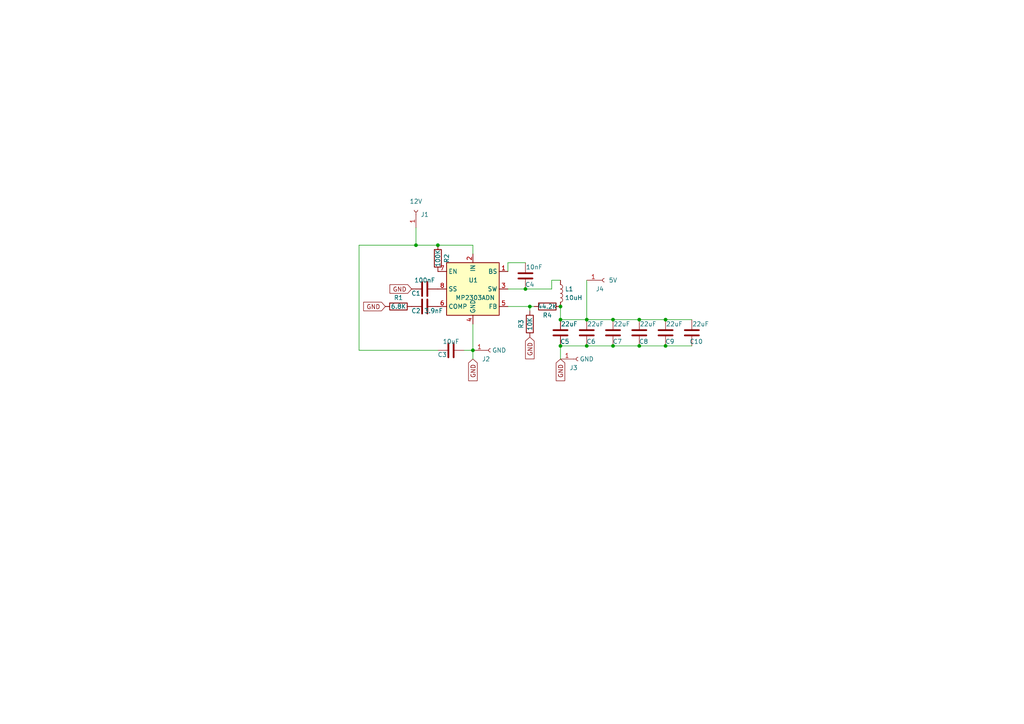
<source format=kicad_sch>
(kicad_sch (version 20211123) (generator eeschema)
  (paper "A4")
  (lib_symbols
    (symbol "Connector:Conn_01x01_Female" (pin_names (offset 1.016) hide)
      (property "Reference" "J" (at 0 2.54 0))
      (property "Value" "Conn_01x01_Female" (at 0 -2.54 0))
      (symbol "Conn_01x01_Female_1_1"
        (polyline (pts (xy -1.27 0) (xy -0.508 0)) (stroke (width 0.1524)))
        (arc (start 0 0.508) (mid -0.508 0) (end 0 -0.508) (stroke (width 0.1524)))
        (pin passive line (at -5.08 0 0) (length 3.81) (name "Pin_1") (number "1"))
      )
    )
    (symbol "Device:C" (pin_numbers hide) (pin_names (offset 0.254))
      (property "Reference" "C" (at 0.635 2.54 0))
      (property "Value" "C" (at 0.635 -2.54 0))
      (symbol "C_0_1"
        (polyline (pts (xy -2.032 -0.762) (xy 2.032 -0.762)) (stroke (width 0.508)))
        (polyline (pts (xy -2.032 0.762) (xy 2.032 0.762)) (stroke (width 0.508)))
      )
      (symbol "C_1_1"
        (pin passive line (at 0 3.81 270) (length 2.794) (name "~") (number "1"))
        (pin passive line (at 0 -3.81 90) (length 2.794) (name "~") (number "2"))
      )
    )
    (symbol "Device:L" (pin_numbers hide) (pin_names (offset 1.016) hide)
      (property "Reference" "L" (at -1.27 0 90))
      (property "Value" "L" (at 1.905 0 90))
      (symbol "L_0_1"
        (arc (start 0 -2.54) (mid 0.635 -1.905) (end 0 -1.27))
        (arc (start 0 -1.27) (mid 0.635 -0.635) (end 0 0))
        (arc (start 0 0) (mid 0.635 0.635) (end 0 1.27))
        (arc (start 0 1.27) (mid 0.635 1.905) (end 0 2.54))
      )
      (symbol "L_1_1"
        (pin passive line (at 0 3.81 270) (length 1.27) (name "1") (number "1"))
        (pin passive line (at 0 -3.81 90) (length 1.27) (name "2") (number "2"))
      )
    )
    (symbol "Device:R" (pin_numbers hide) (pin_names (offset 0))
      (property "Reference" "R" (at 2.032 0 90))
      (property "Value" "R" (at 0 0 90))
      (symbol "R_0_1"
        (rectangle (start -1.016 -2.54) (end 1.016 2.54) (stroke (width 0.254)))
      )
      (symbol "R_1_1"
        (pin passive line (at 0 3.81 270) (length 1.27) (name "~") (number "1"))
        (pin passive line (at 0 -3.81 90) (length 1.27) (name "~") (number "2"))
      )
    )
    (symbol "Regulator_Switching:MP2303ADN"
      (property "Reference" "U" (at -7.366 8.636 0))
      (property "Value" "MP2303ADN" (at 7.62 8.89 0))
      (symbol "MP2303ADN_0_1"
        (rectangle (start -7.62 7.62) (end 7.62 -7.62) (stroke (width 0.254)) (fill (type background)))
      )
      (symbol "MP2303ADN_1_1"
        (pin passive line (at 10.16 5.08 180) (length 2.54) (name "BS") (number "1"))
        (pin power_in line (at 0 10.16 270) (length 2.54) (name "IN") (number "2"))
        (pin output line (at 10.16 0 180) (length 2.54) (name "SW") (number "3"))
        (pin power_in line (at 0 -10.16 90) (length 2.54) (name "GND") (number "4"))
        (pin input line (at 10.16 -5.08 180) (length 2.54) (name "FB") (number "5"))
        (pin passive line (at -10.16 -5.08 0) (length 2.54) (name "COMP") (number "6"))
        (pin input line (at -10.16 5.08 0) (length 2.54) (name "EN") (number "7"))
        (pin input line (at -10.16 0 0) (length 2.54) (name "SS") (number "8"))
      )
    )
  )
  (junction (at 120.65 71.12))
  (junction (at 170.18 92.71))
  (junction (at 127 71.12))
  (junction (at 162.56 88.9))
  (junction (at 185.42 100.33))
  (junction (at 137.16 101.6))
  (junction (at 185.42 92.71))
  (junction (at 170.18 100.33))
  (junction (at 162.56 100.33))
  (junction (at 152.4 83.82))
  (junction (at 162.56 92.71))
  (junction (at 193.04 92.71))
  (junction (at 177.8 100.33))
  (junction (at 153.67 88.9))
  (junction (at 177.8 92.71))
  (junction (at 193.04 100.33))
  (wire (pts (xy 120.65 71.12) (xy 127 71.12)))
  (wire (pts (xy 147.32 83.82) (xy 152.4 83.82)))
  (wire (pts (xy 177.8 92.71) (xy 185.42 92.71)))
  (wire (pts (xy 162.56 100.33) (xy 162.56 104.14)))
  (wire (pts (xy 177.8 100.33) (xy 185.42 100.33)))
  (wire (pts (xy 170.18 81.28) (xy 170.18 92.71)))
  (wire (pts (xy 170.18 92.71) (xy 177.8 92.71)))
  (wire (pts (xy 162.56 92.71) (xy 170.18 92.71)))
  (wire (pts (xy 137.16 104.14) (xy 137.16 101.6)))
  (wire (pts (xy 185.42 100.33) (xy 193.04 100.33)))
  (wire (pts (xy 147.32 88.9) (xy 153.67 88.9)))
  (wire (pts (xy 120.65 66.04) (xy 120.65 71.12)))
  (wire (pts (xy 162.56 88.9) (xy 162.56 92.71)))
  (wire (pts (xy 153.67 88.9) (xy 153.67 90.17)))
  (wire (pts (xy 185.42 92.71) (xy 193.04 92.71)))
  (wire (pts (xy 147.32 76.2) (xy 152.4 76.2)))
  (wire (pts (xy 193.04 92.71) (xy 200.66 92.71)))
  (wire (pts (xy 137.16 101.6) (xy 137.16 93.98)))
  (wire (pts (xy 134.62 101.6) (xy 137.16 101.6)))
  (wire (pts (xy 160.02 83.82) (xy 152.4 83.82)))
  (wire (pts (xy 193.04 100.33) (xy 200.66 100.33)))
  (wire (pts (xy 104.14 71.12) (xy 120.65 71.12)))
  (wire (pts (xy 137.16 73.66) (xy 137.16 71.12)))
  (wire (pts (xy 162.56 100.33) (xy 170.18 100.33)))
  (wire (pts (xy 127 101.6) (xy 104.14 101.6)))
  (wire (pts (xy 160.02 81.28) (xy 160.02 83.82)))
  (wire (pts (xy 104.14 101.6) (xy 104.14 71.12)))
  (wire (pts (xy 162.56 81.28) (xy 160.02 81.28)))
  (wire (pts (xy 170.18 100.33) (xy 177.8 100.33)))
  (wire (pts (xy 147.32 78.74) (xy 147.32 76.2)))
  (wire (pts (xy 137.16 71.12) (xy 127 71.12)))
  (wire (pts (xy 154.94 88.9) (xy 153.67 88.9)))
  (global_label "GND" (shape input) (at 162.56 104.14 270) (property "Intersheet References" "${INTERSHEET_REFS}" (effects hide)))
  (global_label "GND" (shape input) (at 153.67 97.79 270) (property "Intersheet References" "${INTERSHEET_REFS}" (effects hide)))
  (global_label "GND" (shape input) (at 111.76 88.9 180) (property "Intersheet References" "${INTERSHEET_REFS}" (effects hide)))
  (global_label "GND" (shape input) (at 137.16 104.14 270) (property "Intersheet References" "${INTERSHEET_REFS}" (effects hide)))
  (global_label "GND" (shape input) (at 119.38 83.82 180) (property "Intersheet References" "${INTERSHEET_REFS}" (effects hide)))
  (symbol (lib_id "Device:C") (at 170.18 96.52 180) (unit 1)
    (property "Reference" "C6" (at 171.45 99.06 0))
    (property "Value" "22uF" (at 172.72 93.98 0))
    (property "Footprint" "Capacitor_SMD:C_0805_2012Metric" (effects hide))
  )
  (symbol (lib_id "Regulator_Switching:MP2303ADN") (at 137.16 83.82 0) (unit 1)
    (property "Reference" "U1" (at 135.89 81.28 0) (effects (justify left)))
    (property "Value" "MP2303ADN" (at 132.08 86.36 0) (effects (justify left)))
    (property "Footprint" "Package_SO:SOIC-8_3.9x4.9mm_P1.27mm" (effects hide))
    (property "Datasheet" "https://www.monolithicpower.com/pub/media/document/MP2303A_r1.1.pdf" (effects hide))
  )
  (symbol (lib_id "Connector:Conn_01x01_Female") (at 120.65 60.96 90) (unit 1)
    (property "Reference" "J1" (at 123.19 62.23 90))
    (property "Value" "12V" (at 120.65 58.42 90))
    (property "Footprint" "TestPoint:TestPoint_Pad_3.0x3.0mm" (effects hide))
  )
  (symbol (lib_id "Device:C") (at 193.04 96.52 180) (unit 1)
    (property "Reference" "C9" (at 194.31 99.06 0))
    (property "Value" "22uF" (at 195.58 93.98 0))
    (property "Footprint" "Capacitor_SMD:C_0805_2012Metric" (effects hide))
  )
  (symbol (lib_id "Device:C") (at 177.8 96.52 180) (unit 1)
    (property "Reference" "C7" (at 179.07 99.06 0))
    (property "Value" "22uF" (at 180.34 93.98 0))
    (property "Footprint" "Capacitor_SMD:C_0805_2012Metric" (effects hide))
  )
  (symbol (lib_id "Device:R") (at 153.67 93.98 180) (unit 1)
    (property "Reference" "R3" (at 151.13 93.98 90))
    (property "Value" "10K" (at 153.67 93.98 90))
    (property "Footprint" "Resistor_SMD:R_0805_2012Metric" (effects hide))
  )
  (symbol (lib_id "Device:C") (at 130.81 101.6 90) (unit 1)
    (property "Reference" "C3" (at 128.27 102.87 90))
    (property "Value" "10uF" (at 130.81 99.06 90))
    (property "Footprint" "Capacitor_SMD:C_0805_2012Metric" (effects hide))
  )
  (symbol (lib_id "Device:R") (at 127 74.93 0) (unit 1)
    (property "Reference" "R2" (at 129.54 74.93 90))
    (property "Value" "100K" (at 127 74.93 90))
    (property "Footprint" "Resistor_SMD:R_0805_2012Metric" (effects hide))
  )
  (symbol (lib_id "Device:L") (at 162.56 85.09 0) (unit 1)
    (property "Reference" "L1" (at 163.83 83.8199 0) (effects (justify left)))
    (property "Value" "10uH" (at 163.83 86.3599 0) (effects (justify left)))
    (property "Footprint" "Inductor_SMD:L_7.3x7.3_H3.5" (effects hide))
  )
  (symbol (lib_id "Connector:Conn_01x01_Female") (at 175.26 81.28 0) (unit 1)
    (property "Reference" "J4" (at 173.99 83.82 0))
    (property "Value" "5V" (at 177.8 81.28 0))
    (property "Footprint" "TestPoint:TestPoint_Pad_3.0x3.0mm" (effects hide))
  )
  (symbol (lib_id "Device:C") (at 185.42 96.52 180) (unit 1)
    (property "Reference" "C8" (at 186.69 99.06 0))
    (property "Value" "22uF" (at 187.96 93.98 0))
    (property "Footprint" "Capacitor_SMD:C_0805_2012Metric" (effects hide))
  )
  (symbol (lib_id "Connector:Conn_01x01_Female") (at 142.24 101.6 0) (unit 1)
    (property "Reference" "J2" (at 140.97 104.14 0))
    (property "Value" "GND" (at 144.78 101.6 0))
    (property "Footprint" "TestPoint:TestPoint_Pad_3.0x3.0mm" (effects hide))
  )
  (symbol (lib_id "Device:R") (at 115.57 88.9 90) (unit 1)
    (property "Reference" "R1" (at 115.57 86.36 90))
    (property "Value" "6.8K" (at 115.57 88.9 90))
    (property "Footprint" "Resistor_SMD:R_0805_2012Metric" (effects hide))
  )
  (symbol (lib_id "Device:C") (at 200.66 96.52 180) (unit 1)
    (property "Reference" "C10" (at 201.93 99.06 0))
    (property "Value" "22uF" (at 203.2 93.98 0))
    (property "Footprint" "Capacitor_SMD:C_0805_2012Metric" (effects hide))
  )
  (symbol (lib_id "Device:C") (at 152.4 80.01 180) (unit 1)
    (property "Reference" "C4" (at 153.67 82.55 0))
    (property "Value" "10nF" (at 154.94 77.47 0))
    (property "Footprint" "Capacitor_SMD:C_0805_2012Metric" (effects hide))
  )
  (symbol (lib_id "Connector:Conn_01x01_Female") (at 167.64 104.14 0) (unit 1)
    (property "Reference" "J3" (at 166.37 106.68 0))
    (property "Value" "GND" (at 170.18 104.14 0))
    (property "Footprint" "TestPoint:TestPoint_Pad_3.0x3.0mm" (effects hide))
  )
  (symbol (lib_id "Device:C") (at 162.56 96.52 180) (unit 1)
    (property "Reference" "C5" (at 163.83 99.06 0))
    (property "Value" "22uF" (at 165.1 93.98 0))
    (property "Footprint" "Capacitor_SMD:C_0805_2012Metric" (effects hide))
  )
  (symbol (lib_id "Device:R") (at 158.75 88.9 270) (unit 1)
    (property "Reference" "R4" (at 158.75 91.44 90))
    (property "Value" "44.2K" (at 158.75 88.9 90))
    (property "Footprint" "Resistor_SMD:R_0805_2012Metric" (effects hide))
  )
  (symbol (lib_id "Device:C") (at 123.19 83.82 90) (unit 1)
    (property "Reference" "C1" (at 120.65 85.09 90))
    (property "Value" "100nF" (at 123.19 81.28 90))
    (property "Footprint" "Capacitor_SMD:C_0805_2012Metric" (effects hide))
  )
  (symbol (lib_id "Device:C") (at 123.19 88.9 90) (unit 1)
    (property "Reference" "C2" (at 120.65 90.17 90))
    (property "Value" "3.9nF" (at 125.73 90.17 90))
    (property "Footprint" "Capacitor_SMD:C_0805_2012Metric" (effects hide))
  )
)
</source>
